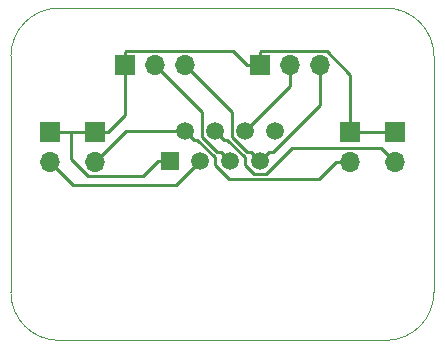
<source format=gbr>
G04 #@! TF.GenerationSoftware,KiCad,Pcbnew,(5.1.2)-2*
G04 #@! TF.CreationDate,2019-09-03T21:56:16-05:00*
G04 #@! TF.ProjectId,JoystickBoard_Rev1,4a6f7973-7469-4636-9b42-6f6172645f52,rev?*
G04 #@! TF.SameCoordinates,Original*
G04 #@! TF.FileFunction,Copper,L1,Top*
G04 #@! TF.FilePolarity,Positive*
%FSLAX46Y46*%
G04 Gerber Fmt 4.6, Leading zero omitted, Abs format (unit mm)*
G04 Created by KiCad (PCBNEW (5.1.2)-2) date 2019-09-03 21:56:16*
%MOMM*%
%LPD*%
G04 APERTURE LIST*
%ADD10C,0.050000*%
%ADD11O,1.700000X1.700000*%
%ADD12R,1.700000X1.700000*%
%ADD13R,1.500000X1.500000*%
%ADD14C,1.500000*%
%ADD15C,0.250000*%
G04 APERTURE END LIST*
D10*
X132588000Y-110680500D02*
X132588000Y-90678000D01*
X136652000Y-114744500D02*
G75*
G02X132588000Y-110680500I0J4064000D01*
G01*
X164338000Y-114744500D02*
X136652000Y-114744500D01*
X168402000Y-90678000D02*
X168402000Y-110680500D01*
X168402000Y-110680500D02*
G75*
G02X164338000Y-114744500I-4064000J0D01*
G01*
X164338000Y-86614000D02*
X136652000Y-86614000D01*
X132588000Y-90678000D02*
G75*
G02X136652000Y-86614000I4064000J0D01*
G01*
X164338000Y-86614000D02*
G75*
G02X168402000Y-90678000I0J-4064000D01*
G01*
D11*
X158750000Y-91440000D03*
X156210000Y-91440000D03*
D12*
X153670000Y-91440000D03*
X142240000Y-91440000D03*
D11*
X144780000Y-91440000D03*
X147320000Y-91440000D03*
D12*
X139700000Y-97075001D03*
D11*
X139700000Y-99615001D03*
X161290000Y-99615001D03*
D12*
X161290000Y-97075001D03*
D13*
X146050000Y-99545001D03*
D14*
X147320000Y-97005001D03*
X148590000Y-99545001D03*
X149860000Y-97005001D03*
X151130000Y-99545001D03*
X152400000Y-97005001D03*
X153670000Y-99545001D03*
X154940000Y-97005001D03*
D11*
X135890000Y-99615001D03*
D12*
X135890000Y-97075001D03*
X165100000Y-97075001D03*
D11*
X165100000Y-99615001D03*
D15*
X142240000Y-90340000D02*
X142240000Y-91440000D01*
X142315001Y-90264999D02*
X142240000Y-90340000D01*
X151394999Y-90264999D02*
X142315001Y-90264999D01*
X152570000Y-91440000D02*
X151394999Y-90264999D01*
X153670000Y-91440000D02*
X152570000Y-91440000D01*
X164000000Y-97075001D02*
X161290000Y-97075001D01*
X165100000Y-97075001D02*
X164000000Y-97075001D01*
X135890000Y-97075001D02*
X136990000Y-97075001D01*
X139135999Y-100790002D02*
X137715001Y-99369004D01*
X143804999Y-100790002D02*
X139135999Y-100790002D01*
X145050000Y-99545001D02*
X143804999Y-100790002D01*
X137715001Y-99369004D02*
X137715001Y-97075001D01*
X146050000Y-99545001D02*
X145050000Y-99545001D01*
X137715001Y-97075001D02*
X139700000Y-97075001D01*
X136990000Y-97075001D02*
X137715001Y-97075001D01*
X142240000Y-92540000D02*
X142240000Y-91440000D01*
X142240000Y-95635001D02*
X142240000Y-92540000D01*
X140800000Y-97075001D02*
X142240000Y-95635001D01*
X139700000Y-97075001D02*
X140800000Y-97075001D01*
X153745001Y-90264999D02*
X159314001Y-90264999D01*
X153670000Y-90340000D02*
X153745001Y-90264999D01*
X153670000Y-91440000D02*
X153670000Y-90340000D01*
X159314001Y-90264999D02*
X161290000Y-92240998D01*
X161290000Y-95975001D02*
X161290000Y-97075001D01*
X161290000Y-92240998D02*
X161290000Y-95975001D01*
X142310000Y-97005001D02*
X139700000Y-99615001D01*
X147320000Y-97005001D02*
X142310000Y-97005001D01*
X148069999Y-97755000D02*
X147320000Y-97005001D01*
X149872598Y-99245011D02*
X148382587Y-97755000D01*
X149872598Y-99878601D02*
X149872598Y-99245011D01*
X151064009Y-101070012D02*
X149872598Y-99878601D01*
X158632908Y-101070012D02*
X151064009Y-101070012D01*
X148382587Y-97755000D02*
X148069999Y-97755000D01*
X160087919Y-99615001D02*
X158632908Y-101070012D01*
X161290000Y-99615001D02*
X160087919Y-99615001D01*
X147840001Y-100295000D02*
X148590000Y-99545001D01*
X146535001Y-101600000D02*
X147840001Y-100295000D01*
X137874999Y-101600000D02*
X146535001Y-101600000D01*
X135890000Y-99615001D02*
X137874999Y-101600000D01*
X150609999Y-97755000D02*
X149860000Y-97005001D01*
X152412598Y-99245011D02*
X150922587Y-97755000D01*
X152412598Y-99878601D02*
X152412598Y-99245011D01*
X153153999Y-100620002D02*
X152412598Y-99878601D01*
X150922587Y-97755000D02*
X150609999Y-97755000D01*
X154186001Y-100620002D02*
X153153999Y-100620002D01*
X156366003Y-98440000D02*
X154186001Y-100620002D01*
X163924999Y-98440000D02*
X156366003Y-98440000D01*
X165100000Y-99615001D02*
X163924999Y-98440000D01*
X150380001Y-98795002D02*
X151130000Y-99545001D01*
X150058999Y-98795002D02*
X150380001Y-98795002D01*
X148784999Y-97521002D02*
X150058999Y-98795002D01*
X148784999Y-95444999D02*
X148784999Y-97521002D01*
X144780000Y-91440000D02*
X148784999Y-95444999D01*
X156210000Y-93195001D02*
X152400000Y-97005001D01*
X156210000Y-91440000D02*
X156210000Y-93195001D01*
X152920001Y-98795002D02*
X153670000Y-99545001D01*
X152598999Y-98795002D02*
X152920001Y-98795002D01*
X151324999Y-97521002D02*
X152598999Y-98795002D01*
X151324999Y-95444999D02*
X151324999Y-97521002D01*
X147320000Y-91440000D02*
X151324999Y-95444999D01*
X158750000Y-92642081D02*
X158750000Y-91440000D01*
X158750000Y-94786003D02*
X158750000Y-92642081D01*
X154741001Y-98795002D02*
X158750000Y-94786003D01*
X154419999Y-98795002D02*
X154741001Y-98795002D01*
X153670000Y-99545001D02*
X154419999Y-98795002D01*
M02*

</source>
